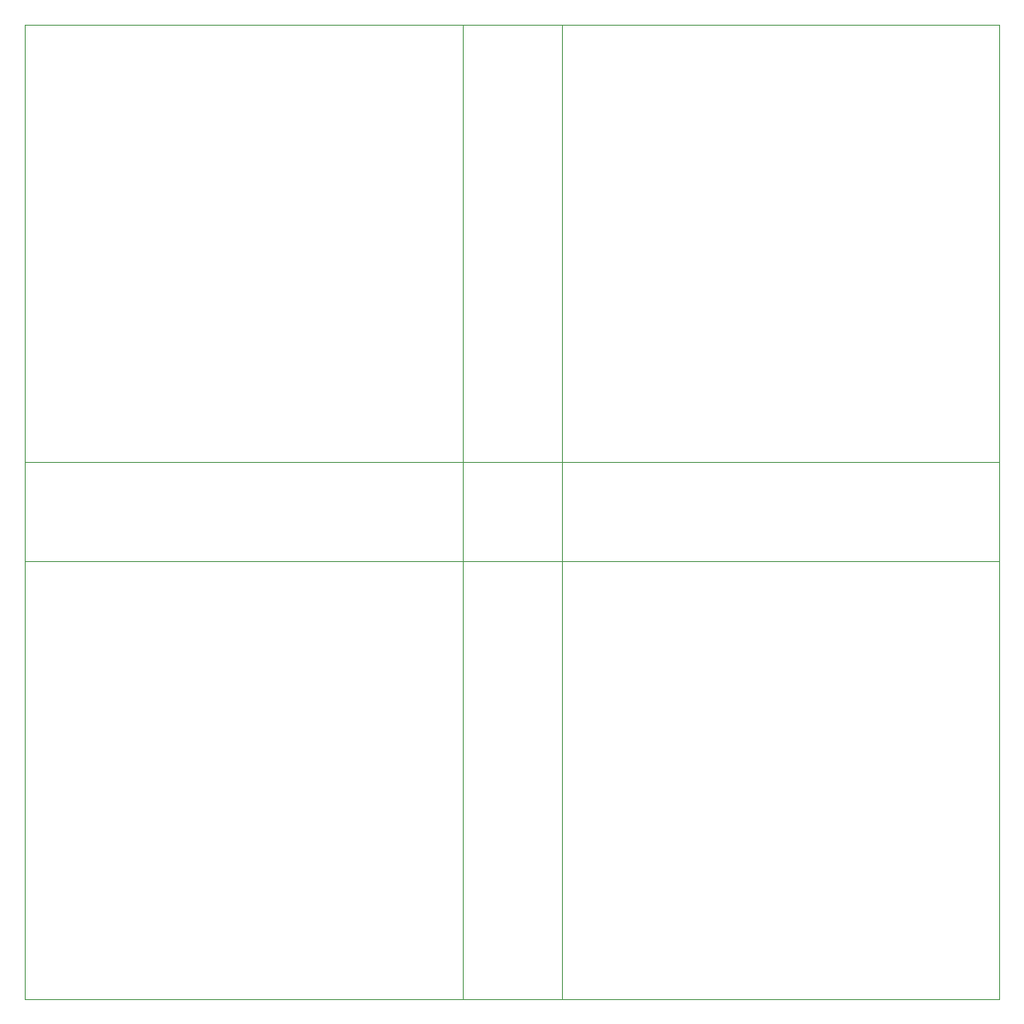
<source format=gm1>
G04 #@! TF.FileFunction,Profile,NP*
%FSLAX46Y46*%
G04 Gerber Fmt 4.6, Leading zero omitted, Abs format (unit mm)*
G04 Created by KiCad (PCBNEW 4.0.2+e4-6225~38~ubuntu14.04.1-stable) date Tue 17 May 2016 20:32:36 AEST*
%MOMM*%
G01*
G04 APERTURE LIST*
%ADD10C,0.100000*%
G04 APERTURE END LIST*
D10*
X0Y44831000D02*
X99822000Y44831000D01*
X0Y54991000D02*
X99822000Y54991000D01*
X54991000Y99822000D02*
X54991000Y0D01*
X44831000Y0D02*
X44831000Y381000D01*
X44831000Y99822000D02*
X44831000Y0D01*
X99822000Y99822000D02*
X99822000Y0D01*
X0Y99822000D02*
X99822000Y99822000D01*
X0Y0D02*
X0Y99822000D01*
X99822000Y0D02*
X0Y0D01*
M02*

</source>
